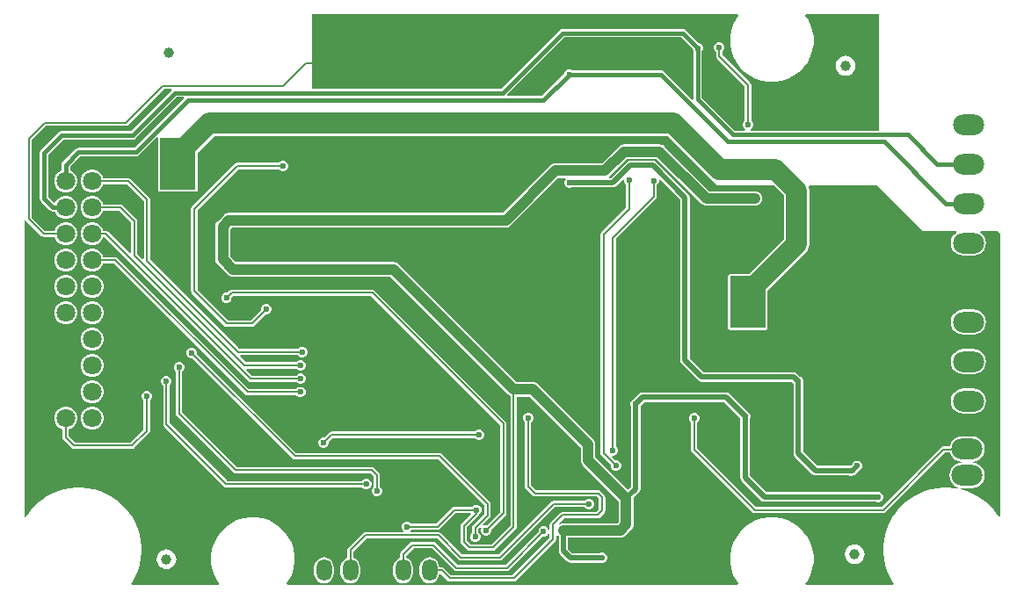
<source format=gbl>
G04*
G04 #@! TF.GenerationSoftware,Altium Limited,Altium Designer,23.8.1 (32)*
G04*
G04 Layer_Physical_Order=2*
G04 Layer_Color=16711680*
%FSLAX44Y44*%
%MOMM*%
G71*
G04*
G04 #@! TF.SameCoordinates,5CA60E89-82B3-479B-9089-D34F769FB2F0*
G04*
G04*
G04 #@! TF.FilePolarity,Positive*
G04*
G01*
G75*
%ADD14C,0.2000*%
%ADD37C,1.0000*%
%ADD68C,0.5000*%
%ADD69C,1.0000*%
%ADD70C,0.4000*%
%ADD72C,2.0000*%
%ADD74O,1.5000X2.1000*%
%ADD75O,3.0000X2.0000*%
%ADD76C,1.8000*%
%ADD77C,0.6000*%
G36*
X828040Y442990D02*
X704984D01*
X704732Y444260D01*
X704888Y444325D01*
X706295Y445732D01*
X707056Y447569D01*
Y449559D01*
X706295Y451396D01*
X705115Y452576D01*
Y486918D01*
X705115Y486918D01*
X704882Y488088D01*
X704219Y489081D01*
X704219Y489081D01*
X677429Y515871D01*
Y518974D01*
X678609Y520154D01*
X679370Y521991D01*
Y523981D01*
X678609Y525818D01*
X677202Y527225D01*
X675365Y527986D01*
X673375D01*
X671538Y527225D01*
X670131Y525818D01*
X669370Y523981D01*
Y521991D01*
X670131Y520154D01*
X671311Y518974D01*
Y514604D01*
X671311Y514604D01*
X671544Y513433D01*
X672207Y512441D01*
X698997Y485651D01*
Y452576D01*
X697817Y451396D01*
X697056Y449559D01*
Y447569D01*
X697817Y445732D01*
X699224Y444325D01*
X699380Y444260D01*
X699128Y442990D01*
X689267D01*
X657620Y474637D01*
Y519485D01*
X657781Y519646D01*
X658542Y521483D01*
Y523473D01*
X657781Y525310D01*
X656374Y526717D01*
X654537Y527478D01*
X654310D01*
X641948Y539840D01*
X640625Y540724D01*
X639064Y541034D01*
X639064Y541034D01*
X523623D01*
X523623Y541034D01*
X522062Y540724D01*
X520739Y539840D01*
X520739Y539840D01*
X464287Y483388D01*
X281887D01*
Y554902D01*
X692270D01*
X692846Y553771D01*
X690815Y550975D01*
X687949Y545350D01*
X685998Y539345D01*
X685010Y533109D01*
Y526795D01*
X685998Y520559D01*
X687949Y514554D01*
X690815Y508929D01*
X694526Y503821D01*
X698991Y499356D01*
X704099Y495645D01*
X709724Y492779D01*
X715729Y490828D01*
X721965Y489840D01*
X728279D01*
X734515Y490828D01*
X740520Y492779D01*
X746145Y495645D01*
X751253Y499356D01*
X755718Y503821D01*
X759429Y508929D01*
X762295Y514554D01*
X764246Y520559D01*
X765234Y526795D01*
Y533109D01*
X764246Y539345D01*
X762295Y545350D01*
X759429Y550975D01*
X757398Y553771D01*
X757974Y554902D01*
X828040D01*
Y442990D01*
D02*
G37*
G36*
X648542Y521710D02*
Y521483D01*
X649303Y519646D01*
X649464Y519485D01*
Y473178D01*
X648912Y472796D01*
X648236Y472610D01*
X620884Y499962D01*
X619561Y500846D01*
X618000Y501156D01*
X618000Y501156D01*
X532837D01*
X532676Y501317D01*
X530839Y502078D01*
X528849D01*
X527012Y501317D01*
X525605Y499910D01*
X524844Y498073D01*
Y497846D01*
X503517Y476518D01*
X470612D01*
X470126Y477692D01*
X525312Y532878D01*
X637375D01*
X648542Y521710D01*
D02*
G37*
G36*
X146876Y481573D02*
X107531Y442228D01*
X40640D01*
X40640Y442228D01*
X39079Y441918D01*
X37756Y441034D01*
X37756Y441034D01*
X21246Y424524D01*
X20362Y423201D01*
X20052Y421640D01*
X20052Y421640D01*
Y377190D01*
X20052Y377190D01*
X20362Y375629D01*
X21246Y374306D01*
X29374Y366178D01*
X29374Y366178D01*
X30697Y365294D01*
X32258Y364984D01*
X32258Y364984D01*
X34571D01*
X34672Y364606D01*
X36120Y362098D01*
X38168Y360050D01*
X40676Y358602D01*
X43474Y357852D01*
X46370D01*
X49168Y358602D01*
X51676Y360050D01*
X53724Y362098D01*
X55172Y364606D01*
X55922Y367404D01*
Y370300D01*
X55172Y373098D01*
X53724Y375606D01*
X51676Y377654D01*
X49168Y379102D01*
X46370Y379852D01*
X43474D01*
X40676Y379102D01*
X38168Y377654D01*
X36120Y375606D01*
X35000Y373666D01*
X33563Y373524D01*
X28208Y378879D01*
Y419951D01*
X42329Y434072D01*
X109220D01*
X109220Y434072D01*
X110781Y434382D01*
X112104Y435266D01*
X152069Y475231D01*
X158178D01*
X158664Y474058D01*
X110833Y426226D01*
X57306D01*
X57306Y426226D01*
X55745Y425916D01*
X54422Y425032D01*
X54422Y425032D01*
X42038Y412648D01*
X41154Y411325D01*
X40844Y409764D01*
X40844Y409764D01*
Y404547D01*
X40676Y404502D01*
X38168Y403054D01*
X36120Y401006D01*
X34672Y398498D01*
X33922Y395700D01*
Y392804D01*
X34672Y390006D01*
X36120Y387498D01*
X38168Y385450D01*
X40676Y384002D01*
X43474Y383252D01*
X46370D01*
X49168Y384002D01*
X51676Y385450D01*
X53724Y387498D01*
X55172Y390006D01*
X55922Y392804D01*
Y395700D01*
X55172Y398498D01*
X53724Y401006D01*
X51676Y403054D01*
X49168Y404502D01*
X49000Y404547D01*
Y408075D01*
X58995Y418070D01*
X112522D01*
X112522Y418070D01*
X114083Y418380D01*
X115406Y419264D01*
X132438Y436297D01*
X133609Y435671D01*
X133597Y435610D01*
Y385895D01*
X133752Y385115D01*
X134194Y384453D01*
X134856Y384011D01*
X135636Y383856D01*
X169799D01*
X170579Y384011D01*
X171241Y384453D01*
X171683Y385115D01*
X171838Y385895D01*
Y421421D01*
X188300Y437883D01*
X276873D01*
X277114Y437642D01*
X625094Y437642D01*
X672846Y389890D01*
X727103D01*
X736942Y380051D01*
Y338516D01*
X702980Y304553D01*
X684784D01*
X684004Y304398D01*
X683342Y303956D01*
X682900Y303294D01*
X682745Y302514D01*
Y252799D01*
X682900Y252019D01*
X683342Y251357D01*
X684004Y250915D01*
X684784Y250760D01*
X718947D01*
X719727Y250915D01*
X720389Y251357D01*
X720831Y252019D01*
X720986Y252799D01*
Y288325D01*
X757605Y324944D01*
X759528Y327450D01*
X760737Y330369D01*
X761150Y333502D01*
Y385064D01*
X760737Y388197D01*
X760473Y388834D01*
X761179Y389890D01*
X826516D01*
X870458Y345948D01*
X902443D01*
X902874Y344678D01*
X900842Y343119D01*
X898918Y340612D01*
X897709Y337693D01*
X897297Y334560D01*
X897709Y331427D01*
X898918Y328508D01*
X900842Y326002D01*
X903348Y324078D01*
X906267Y322869D01*
X909400Y322457D01*
X919400D01*
X922533Y322869D01*
X925452Y324078D01*
X927959Y326002D01*
X929882Y328508D01*
X931091Y331427D01*
X931504Y334560D01*
X931091Y337693D01*
X929882Y340612D01*
X927959Y343119D01*
X925926Y344678D01*
X926357Y345948D01*
X942204D01*
X944902Y343250D01*
Y70992D01*
X943632Y70607D01*
X940873Y74737D01*
X937133Y79294D01*
X932964Y83463D01*
X928407Y87203D01*
X923505Y90478D01*
X918306Y93257D01*
X912860Y95513D01*
X907218Y97224D01*
X907197Y97228D01*
X907404Y98482D01*
X908130Y98386D01*
X918130D01*
X921263Y98799D01*
X924182Y100008D01*
X926689Y101931D01*
X928612Y104438D01*
X929821Y107357D01*
X930234Y110490D01*
X929821Y113623D01*
X928612Y116542D01*
X926689Y119049D01*
X924182Y120972D01*
X921263Y122181D01*
X918465Y122549D01*
Y123830D01*
X921263Y124199D01*
X924182Y125408D01*
X926689Y127331D01*
X928612Y129838D01*
X929821Y132757D01*
X930234Y135890D01*
X929821Y139023D01*
X928612Y141942D01*
X926689Y144448D01*
X924182Y146372D01*
X921263Y147581D01*
X918130Y147994D01*
X908130D01*
X904997Y147581D01*
X902078Y146372D01*
X899572Y144448D01*
X897648Y141942D01*
X896439Y139023D01*
X896387Y138630D01*
X890460D01*
X890460Y138630D01*
X889289Y138398D01*
X888297Y137734D01*
X888297Y137734D01*
X830837Y80275D01*
X709927D01*
X653299Y136903D01*
Y161596D01*
X654479Y162776D01*
X655240Y164613D01*
Y166603D01*
X654479Y168440D01*
X653072Y169847D01*
X651235Y170608D01*
X649245D01*
X647408Y169847D01*
X646001Y168440D01*
X645240Y166603D01*
Y164613D01*
X646001Y162776D01*
X647181Y161596D01*
Y135636D01*
X647181Y135636D01*
X647414Y134466D01*
X648077Y133473D01*
X706497Y75053D01*
X706497Y75053D01*
X707489Y74390D01*
X708660Y74157D01*
X708660Y74157D01*
X832104D01*
X832104Y74157D01*
X833275Y74390D01*
X834267Y75053D01*
X891727Y132513D01*
X896540D01*
X897648Y129838D01*
X899572Y127331D01*
X902078Y125408D01*
X904997Y124199D01*
X907795Y123830D01*
Y122549D01*
X904997Y122181D01*
X902078Y120972D01*
X899572Y119049D01*
X897648Y116542D01*
X896439Y113623D01*
X896027Y110490D01*
X896439Y107357D01*
X897648Y104438D01*
X899572Y101931D01*
X902078Y100008D01*
X904246Y99110D01*
X903875Y97889D01*
X901436Y98374D01*
X895570Y98952D01*
X889674D01*
X883808Y98374D01*
X878026Y97224D01*
X872384Y95513D01*
X866938Y93257D01*
X861739Y90478D01*
X856837Y87203D01*
X852280Y83463D01*
X848111Y79294D01*
X844371Y74737D01*
X841096Y69835D01*
X838317Y64636D01*
X836061Y59190D01*
X834350Y53548D01*
X833200Y47766D01*
X832622Y41900D01*
Y36004D01*
X833200Y30138D01*
X834350Y24356D01*
X836061Y18714D01*
X838317Y13268D01*
X841096Y8069D01*
X842333Y6218D01*
X841734Y5098D01*
X758044D01*
X757468Y6229D01*
X759429Y8929D01*
X762295Y14554D01*
X764246Y20559D01*
X765234Y26795D01*
Y33109D01*
X764246Y39345D01*
X762295Y45350D01*
X759429Y50975D01*
X755718Y56083D01*
X751253Y60548D01*
X746145Y64259D01*
X740520Y67125D01*
X734515Y69076D01*
X728279Y70064D01*
X721965D01*
X715729Y69076D01*
X709724Y67125D01*
X704099Y64259D01*
X698991Y60548D01*
X694526Y56083D01*
X690815Y50975D01*
X687949Y45350D01*
X685998Y39345D01*
X685010Y33109D01*
Y26795D01*
X685998Y20559D01*
X687949Y14554D01*
X690815Y8929D01*
X692776Y6229D01*
X692200Y5098D01*
X258044D01*
X257468Y6229D01*
X259429Y8929D01*
X262295Y14554D01*
X264246Y20559D01*
X265234Y26795D01*
Y33109D01*
X264246Y39345D01*
X262295Y45350D01*
X259429Y50975D01*
X255718Y56083D01*
X251253Y60548D01*
X246145Y64259D01*
X240520Y67125D01*
X234515Y69076D01*
X228279Y70064D01*
X221965D01*
X215729Y69076D01*
X209724Y67125D01*
X204099Y64259D01*
X198991Y60548D01*
X194526Y56083D01*
X190815Y50975D01*
X187949Y45350D01*
X185998Y39345D01*
X185010Y33109D01*
Y26795D01*
X185998Y20559D01*
X187949Y14554D01*
X190815Y8929D01*
X192776Y6229D01*
X192200Y5098D01*
X108510D01*
X107911Y6218D01*
X109148Y8069D01*
X111927Y13268D01*
X114183Y18714D01*
X115894Y24356D01*
X117044Y30138D01*
X117622Y36004D01*
Y41900D01*
X117044Y47766D01*
X115894Y53548D01*
X114183Y59190D01*
X111927Y64636D01*
X109148Y69835D01*
X105873Y74737D01*
X102133Y79294D01*
X97964Y83463D01*
X93407Y87203D01*
X88505Y90478D01*
X83306Y93257D01*
X77860Y95513D01*
X72218Y97224D01*
X66436Y98374D01*
X60570Y98952D01*
X54674D01*
X48808Y98374D01*
X43026Y97224D01*
X37384Y95513D01*
X31938Y93257D01*
X26739Y90478D01*
X21837Y87203D01*
X17280Y83463D01*
X13111Y79294D01*
X9371Y74737D01*
X6368Y70242D01*
X5098Y70627D01*
Y356021D01*
X6274Y356655D01*
X6368Y356641D01*
X6981Y355723D01*
X21415Y341289D01*
X21415Y341289D01*
X22408Y340626D01*
X23578Y340393D01*
X23578Y340393D01*
X34354D01*
X34672Y339206D01*
X36120Y336698D01*
X38168Y334650D01*
X40676Y333202D01*
X43474Y332452D01*
X46370D01*
X49168Y333202D01*
X51676Y334650D01*
X53724Y336698D01*
X55172Y339206D01*
X55922Y342004D01*
Y344900D01*
X55172Y347698D01*
X53724Y350206D01*
X51676Y352254D01*
X49168Y353702D01*
X46370Y354452D01*
X43474D01*
X40676Y353702D01*
X38168Y352254D01*
X36120Y350206D01*
X34672Y347698D01*
X34354Y346511D01*
X24845D01*
X12203Y359153D01*
Y433835D01*
X25651Y447283D01*
X102870D01*
X102870Y447283D01*
X104040Y447516D01*
X105033Y448179D01*
X139697Y482843D01*
X146349D01*
X146876Y481573D01*
D02*
G37*
G36*
X169799Y385895D02*
X135636D01*
Y435610D01*
X169799D01*
Y385895D01*
D02*
G37*
G36*
X718947Y252799D02*
X684784D01*
Y302514D01*
X718947D01*
Y252799D01*
D02*
G37*
%LPC*%
G36*
X796036Y515042D02*
X793556Y514715D01*
X791245Y513758D01*
X789260Y512235D01*
X787738Y510251D01*
X786780Y507940D01*
X786454Y505460D01*
X786780Y502980D01*
X787738Y500669D01*
X789260Y498685D01*
X791245Y497162D01*
X793556Y496204D01*
X796036Y495878D01*
X798516Y496204D01*
X800827Y497162D01*
X802811Y498685D01*
X804334Y500669D01*
X805292Y502980D01*
X805618Y505460D01*
X805292Y507940D01*
X804334Y510251D01*
X802811Y512235D01*
X800827Y513758D01*
X798516Y514715D01*
X796036Y515042D01*
D02*
G37*
G36*
X255257Y413800D02*
X253267D01*
X251430Y413039D01*
X250250Y411859D01*
X209806D01*
X209806Y411859D01*
X208636Y411626D01*
X207643Y410963D01*
X166493Y369813D01*
X165830Y368820D01*
X165597Y367650D01*
X165597Y367650D01*
Y288290D01*
X165597Y288290D01*
X165830Y287120D01*
X166493Y286127D01*
X197735Y254885D01*
X197735Y254885D01*
X198727Y254222D01*
X199898Y253989D01*
X199898Y253989D01*
X224282D01*
X224282Y253989D01*
X225452Y254222D01*
X226445Y254885D01*
X237324Y265764D01*
X238993D01*
X240830Y266525D01*
X242237Y267932D01*
X242998Y269769D01*
Y271759D01*
X242237Y273596D01*
X240830Y275003D01*
X238993Y275764D01*
X237003D01*
X235166Y275003D01*
X233759Y273596D01*
X232998Y271759D01*
Y270090D01*
X223015Y260107D01*
X201165D01*
X171715Y289557D01*
Y366383D01*
X211073Y405741D01*
X250250D01*
X251430Y404561D01*
X253267Y403800D01*
X255257D01*
X257094Y404561D01*
X258501Y405968D01*
X259262Y407805D01*
Y409795D01*
X258501Y411632D01*
X257094Y413039D01*
X255257Y413800D01*
D02*
G37*
G36*
X616966Y429716D02*
X582676D01*
X580849Y429476D01*
X579146Y428770D01*
X577684Y427648D01*
X561464Y411428D01*
X516636D01*
X514809Y411188D01*
X513106Y410482D01*
X511644Y409360D01*
X465953Y363670D01*
X202120D01*
X200292Y363430D01*
X198590Y362724D01*
X197127Y361603D01*
X191269Y355745D01*
X190147Y354282D01*
X189442Y352579D01*
X189202Y350752D01*
Y318666D01*
X189442Y316839D01*
X190147Y315136D01*
X191269Y313674D01*
X200818Y304126D01*
X202280Y303004D01*
X203983Y302298D01*
X205810Y302058D01*
X357756D01*
X471258Y188556D01*
X472720Y187433D01*
X473191Y187238D01*
Y62227D01*
X455171Y44207D01*
X435099D01*
X431557Y47749D01*
Y60455D01*
X442345Y71243D01*
X443008Y72235D01*
X443191Y73154D01*
X444421Y74384D01*
X445182Y76221D01*
Y78211D01*
X444421Y80048D01*
X443014Y81455D01*
X441177Y82216D01*
X439187D01*
X437350Y81455D01*
X436170Y80275D01*
X419231D01*
X419231Y80275D01*
X418060Y80042D01*
X417068Y79379D01*
X417068Y79379D01*
X401708Y64019D01*
X377646D01*
X376466Y65199D01*
X374629Y65960D01*
X372639D01*
X370802Y65199D01*
X369395Y63792D01*
X368634Y61955D01*
Y59965D01*
X369395Y58128D01*
X370452Y57071D01*
X369958Y55801D01*
X333412D01*
X332241Y55568D01*
X331249Y54905D01*
X331249Y54905D01*
X316861Y40517D01*
X316198Y39525D01*
X315965Y38354D01*
X315965Y38354D01*
Y31066D01*
X314233Y30348D01*
X312248Y28826D01*
X310726Y26841D01*
X309769Y24530D01*
X309442Y22050D01*
Y16050D01*
X309769Y13570D01*
X310726Y11259D01*
X312248Y9275D01*
X314233Y7752D01*
X316544Y6794D01*
X319024Y6468D01*
X321504Y6794D01*
X323815Y7752D01*
X325799Y9275D01*
X327322Y11259D01*
X328279Y13570D01*
X328606Y16050D01*
Y22050D01*
X328279Y24530D01*
X327322Y26841D01*
X325799Y28826D01*
X323815Y30348D01*
X322083Y31066D01*
Y37087D01*
X334679Y49683D01*
X402683D01*
X423287Y29079D01*
X424280Y28416D01*
X425450Y28183D01*
X463296D01*
X463296Y28183D01*
X464467Y28416D01*
X465459Y29079D01*
X516379Y79999D01*
X544882D01*
X546062Y78819D01*
X547899Y78058D01*
X549889D01*
X551726Y78819D01*
X553133Y80226D01*
X553894Y82063D01*
Y84053D01*
X553133Y85890D01*
X551726Y87297D01*
X549889Y88058D01*
X547899D01*
X546062Y87297D01*
X544882Y86117D01*
X515112D01*
X515112Y86117D01*
X513941Y85884D01*
X512949Y85221D01*
X512949Y85221D01*
X462029Y34301D01*
X426717D01*
X406113Y54905D01*
X405121Y55568D01*
X403950Y55801D01*
X403950Y55801D01*
X377310D01*
X376816Y57071D01*
X377646Y57901D01*
X402975D01*
X402975Y57901D01*
X404145Y58134D01*
X405137Y58797D01*
X420498Y74157D01*
X434811D01*
X435337Y72887D01*
X426335Y63885D01*
X425672Y62893D01*
X425439Y61722D01*
X425439Y61722D01*
Y46482D01*
X425439Y46482D01*
X425672Y45311D01*
X426335Y44319D01*
X431669Y38985D01*
X431669Y38985D01*
X432661Y38322D01*
X433832Y38089D01*
X456438D01*
X456438Y38089D01*
X457608Y38322D01*
X458601Y38985D01*
X478413Y58797D01*
X478413Y58797D01*
X479076Y59790D01*
X479309Y60960D01*
X479309Y60960D01*
Y186488D01*
X491867D01*
X541072Y137283D01*
Y125222D01*
X541312Y123395D01*
X542018Y121692D01*
X543140Y120230D01*
X577774Y85595D01*
Y66186D01*
X576052Y64464D01*
X524256D01*
X522429Y64224D01*
X520726Y63519D01*
X520001Y64539D01*
X524794Y69331D01*
X557530D01*
X557530Y69331D01*
X558700Y69564D01*
X559693Y70227D01*
X563757Y74291D01*
X564420Y75283D01*
X564653Y76454D01*
Y89408D01*
X564653Y89408D01*
X564420Y90579D01*
X563757Y91571D01*
X563757Y91571D01*
X559947Y95381D01*
X558955Y96044D01*
X557784Y96277D01*
X557784Y96277D01*
X498345D01*
X493319Y101303D01*
Y161890D01*
X494499Y163070D01*
X495260Y164907D01*
Y166897D01*
X494499Y168734D01*
X493092Y170141D01*
X491255Y170902D01*
X489265D01*
X487428Y170141D01*
X486021Y168734D01*
X485260Y166897D01*
Y164907D01*
X486021Y163070D01*
X487201Y161890D01*
Y100036D01*
X487201Y100036D01*
X487434Y98865D01*
X488097Y97873D01*
X494915Y91055D01*
X494915Y91055D01*
X495908Y90392D01*
X497078Y90159D01*
X556517D01*
X558535Y88141D01*
Y77721D01*
X556263Y75449D01*
X523526D01*
X522356Y75216D01*
X521364Y74553D01*
X521364Y74553D01*
X512000Y65189D01*
X511337Y64197D01*
X511104Y63027D01*
X511104Y63026D01*
Y58532D01*
X509834Y58280D01*
X509445Y59220D01*
X508038Y60627D01*
X506201Y61388D01*
X504211D01*
X502374Y60627D01*
X500967Y59220D01*
X500206Y57383D01*
Y55714D01*
X468633Y24141D01*
X422399D01*
X401197Y45343D01*
X400205Y46006D01*
X399034Y46239D01*
X399034Y46239D01*
X378714D01*
X378714Y46239D01*
X377543Y46006D01*
X376551Y45343D01*
X376551Y45343D01*
X367661Y36453D01*
X366998Y35461D01*
X366765Y34290D01*
X366765Y34290D01*
Y31066D01*
X365033Y30348D01*
X363049Y28826D01*
X361526Y26841D01*
X360569Y24530D01*
X360242Y22050D01*
Y16050D01*
X360569Y13570D01*
X361526Y11259D01*
X363049Y9275D01*
X365033Y7752D01*
X367344Y6794D01*
X369824Y6468D01*
X372304Y6794D01*
X374615Y7752D01*
X376600Y9275D01*
X378122Y11259D01*
X379080Y13570D01*
X379406Y16050D01*
Y22050D01*
X379080Y24530D01*
X378122Y26841D01*
X376600Y28826D01*
X374615Y30348D01*
X372883Y31066D01*
Y33023D01*
X379981Y40121D01*
X397767D01*
X418969Y18919D01*
X418969Y18919D01*
X419962Y18256D01*
X421132Y18023D01*
X421132Y18023D01*
X469900D01*
X469900Y18023D01*
X471071Y18256D01*
X472063Y18919D01*
X504532Y51388D01*
X506201D01*
X508038Y52149D01*
X509445Y53556D01*
X509834Y54496D01*
X511104Y54244D01*
Y50356D01*
X475237Y14489D01*
X416049D01*
X409325Y21213D01*
X408332Y21876D01*
X407162Y22109D01*
X407162Y22109D01*
X404798D01*
X404479Y24530D01*
X403522Y26841D01*
X401999Y28826D01*
X400015Y30348D01*
X397704Y31305D01*
X395224Y31632D01*
X392744Y31305D01*
X390433Y30348D01*
X388448Y28826D01*
X386926Y26841D01*
X385969Y24530D01*
X385642Y22050D01*
Y16050D01*
X385969Y13570D01*
X386926Y11259D01*
X388448Y9275D01*
X390433Y7752D01*
X392744Y6794D01*
X395224Y6468D01*
X397704Y6794D01*
X400015Y7752D01*
X401999Y9275D01*
X403522Y11259D01*
X404479Y13570D01*
X404756Y15674D01*
X406056Y15830D01*
X412619Y9267D01*
X413611Y8604D01*
X414782Y8371D01*
X476504D01*
X476504Y8371D01*
X477674Y8604D01*
X478667Y9267D01*
X516326Y46926D01*
X516326Y46926D01*
X516989Y47919D01*
X517222Y49089D01*
Y52986D01*
X518492Y53417D01*
X519264Y52412D01*
X519668Y52101D01*
Y37748D01*
X520017Y35992D01*
X521012Y34503D01*
X527771Y27744D01*
X529260Y26749D01*
X531016Y26400D01*
X559351D01*
X560345Y25988D01*
X562335D01*
X564172Y26749D01*
X565579Y28156D01*
X566340Y29993D01*
Y31983D01*
X565579Y33820D01*
X564172Y35227D01*
X562335Y35988D01*
X560345D01*
X559351Y35576D01*
X532916D01*
X528844Y39648D01*
Y50344D01*
X578977D01*
X580804Y50584D01*
X582507Y51290D01*
X583969Y52412D01*
X589827Y58269D01*
X590949Y59732D01*
X591655Y61434D01*
X591895Y63262D01*
Y88519D01*
X591829Y89024D01*
X597096Y94292D01*
X598091Y95781D01*
X598440Y97536D01*
Y177081D01*
X598503Y177232D01*
X602611Y181340D01*
X678820D01*
X694611Y165548D01*
X694674Y165397D01*
Y108208D01*
X695023Y106452D01*
X696018Y104964D01*
X714564Y86418D01*
X716052Y85423D01*
X717808Y85074D01*
X825457D01*
X826451Y84662D01*
X828441D01*
X830278Y85423D01*
X831685Y86830D01*
X832446Y88667D01*
Y90657D01*
X831685Y92494D01*
X830278Y93901D01*
X828441Y94662D01*
X826451D01*
X825457Y94250D01*
X719708D01*
X703850Y110108D01*
Y165397D01*
X704262Y166391D01*
Y168381D01*
X703501Y170218D01*
X702094Y171625D01*
X701100Y172037D01*
X683964Y189172D01*
X682476Y190167D01*
X680720Y190516D01*
X600710D01*
X598954Y190167D01*
X597466Y189172D01*
X592014Y183721D01*
X591020Y183309D01*
X589613Y181902D01*
X588852Y180065D01*
Y178075D01*
X589264Y177081D01*
Y99437D01*
X586583Y96756D01*
X555192Y128146D01*
Y140208D01*
X554952Y142035D01*
X554246Y143738D01*
X553124Y145200D01*
X499784Y198540D01*
X498322Y199662D01*
X496619Y200368D01*
X494792Y200608D01*
X479174D01*
X365672Y314110D01*
X364210Y315233D01*
X362507Y315938D01*
X360680Y316178D01*
X208735D01*
X203322Y321591D01*
Y347828D01*
X205044Y349550D01*
X468878D01*
X470705Y349790D01*
X472408Y350495D01*
X473871Y351618D01*
X519561Y397308D01*
X526109D01*
X526634Y396038D01*
X526113Y395516D01*
X525352Y393679D01*
Y391689D01*
X526113Y389852D01*
X527520Y388445D01*
X529357Y387684D01*
X531347D01*
X532341Y388096D01*
X572008D01*
X573764Y388445D01*
X575252Y389440D01*
X581232Y395419D01*
X582502Y394893D01*
Y393975D01*
X583263Y392138D01*
X584443Y390958D01*
Y368551D01*
X560701Y344809D01*
X560038Y343816D01*
X559805Y342646D01*
X559805Y342646D01*
Y131826D01*
X559805Y131826D01*
X560038Y130655D01*
X560701Y129663D01*
X569802Y120562D01*
Y118893D01*
X570563Y117056D01*
X571970Y115649D01*
X573807Y114888D01*
X575797D01*
X577634Y115649D01*
X579041Y117056D01*
X579802Y118893D01*
Y120883D01*
X579041Y122720D01*
X577634Y124127D01*
X575797Y124888D01*
X574128D01*
X570920Y128096D01*
X571446Y129366D01*
X572749D01*
X574586Y130127D01*
X575993Y131534D01*
X576754Y133371D01*
Y135361D01*
X575993Y137198D01*
X574813Y138378D01*
Y338331D01*
X613541Y377059D01*
X614204Y378051D01*
X614437Y379222D01*
Y390704D01*
X615617Y391884D01*
X616378Y393721D01*
Y395266D01*
X617590Y395849D01*
X636762Y376678D01*
Y221488D01*
X637111Y219732D01*
X638106Y218244D01*
X654362Y201988D01*
X655850Y200993D01*
X657606Y200644D01*
X744352D01*
X745919Y199076D01*
X745982Y198925D01*
Y131826D01*
X746331Y130070D01*
X747326Y128582D01*
X764090Y111818D01*
X765578Y110823D01*
X767334Y110474D01*
X799381D01*
X800375Y110062D01*
X802365D01*
X804023Y110749D01*
X804396Y110823D01*
X805884Y111818D01*
X809050Y114983D01*
X810044Y115395D01*
X811451Y116802D01*
X812212Y118639D01*
Y120629D01*
X811451Y122466D01*
X810044Y123873D01*
X808207Y124634D01*
X806217D01*
X804380Y123873D01*
X802973Y122466D01*
X802561Y121472D01*
X801151Y120062D01*
X800375D01*
X799381Y119650D01*
X769234D01*
X755158Y133727D01*
Y198925D01*
X755570Y199919D01*
Y201909D01*
X754809Y203746D01*
X753402Y205153D01*
X752408Y205565D01*
X749496Y208476D01*
X748008Y209471D01*
X746252Y209820D01*
X659507D01*
X645938Y223389D01*
Y378578D01*
X645589Y380334D01*
X644594Y381823D01*
X613979Y412438D01*
X612490Y413433D01*
X610734Y413782D01*
X588518D01*
X586762Y413433D01*
X585274Y412438D01*
X570107Y397272D01*
X568726D01*
X568294Y398542D01*
X569380Y399376D01*
X585601Y415596D01*
X614041D01*
X657186Y372452D01*
X658648Y371329D01*
X660351Y370624D01*
X662178Y370384D01*
X708660D01*
X710487Y370624D01*
X712190Y371329D01*
X713652Y372452D01*
X714774Y373914D01*
X715480Y375617D01*
X715720Y377444D01*
X715480Y379271D01*
X714774Y380974D01*
X713652Y382436D01*
X712190Y383559D01*
X710487Y384264D01*
X708660Y384504D01*
X665102D01*
X621958Y427648D01*
X620496Y428770D01*
X618793Y429476D01*
X616966Y429716D01*
D02*
G37*
G36*
X71770Y405252D02*
X68874D01*
X66076Y404502D01*
X63568Y403054D01*
X61520Y401006D01*
X60072Y398498D01*
X59322Y395700D01*
Y392804D01*
X60072Y390006D01*
X61520Y387498D01*
X63568Y385450D01*
X66076Y384002D01*
X68874Y383252D01*
X71770D01*
X74568Y384002D01*
X77076Y385450D01*
X79124Y387498D01*
X80572Y390006D01*
X80890Y391193D01*
X103845D01*
X120131Y374907D01*
Y319616D01*
X118958Y319130D01*
X114057Y324031D01*
Y355600D01*
X113824Y356771D01*
X113161Y357763D01*
X113161Y357763D01*
X99909Y371015D01*
X98917Y371678D01*
X97746Y371911D01*
X97746Y371911D01*
X80890D01*
X80572Y373098D01*
X79124Y375606D01*
X77076Y377654D01*
X74568Y379102D01*
X71770Y379852D01*
X68874D01*
X66076Y379102D01*
X63568Y377654D01*
X61520Y375606D01*
X60072Y373098D01*
X59322Y370300D01*
Y367404D01*
X60072Y364606D01*
X61520Y362098D01*
X63568Y360050D01*
X66076Y358602D01*
X68874Y357852D01*
X71770D01*
X74568Y358602D01*
X77076Y360050D01*
X79124Y362098D01*
X80572Y364606D01*
X80890Y365793D01*
X96479D01*
X107939Y354333D01*
Y325020D01*
X106766Y324534D01*
X85685Y345615D01*
X84692Y346278D01*
X83522Y346511D01*
X83522Y346511D01*
X80890D01*
X80572Y347698D01*
X79124Y350206D01*
X77076Y352254D01*
X74568Y353702D01*
X71770Y354452D01*
X68874D01*
X66076Y353702D01*
X63568Y352254D01*
X61520Y350206D01*
X60072Y347698D01*
X59322Y344900D01*
Y342004D01*
X60072Y339206D01*
X61520Y336698D01*
X63568Y334650D01*
X66076Y333202D01*
X68874Y332452D01*
X71770D01*
X74568Y333202D01*
X77076Y334650D01*
X79124Y336698D01*
X80572Y339206D01*
X80890Y340393D01*
X82255D01*
X221103Y201545D01*
X222096Y200882D01*
X223266Y200649D01*
X223266Y200649D01*
X267260D01*
X268440Y199469D01*
X270277Y198708D01*
X272267D01*
X274104Y199469D01*
X275511Y200876D01*
X276272Y202713D01*
Y204703D01*
X275511Y206540D01*
X274104Y207947D01*
X272267Y208708D01*
X270277D01*
X268440Y207947D01*
X267260Y206767D01*
X224533D01*
X219026Y212274D01*
X219512Y213447D01*
X267260D01*
X268440Y212267D01*
X270277Y211506D01*
X272267D01*
X274104Y212267D01*
X275511Y213674D01*
X276272Y215511D01*
Y217501D01*
X275511Y219338D01*
X274104Y220745D01*
X272267Y221506D01*
X270277D01*
X268440Y220745D01*
X267260Y219565D01*
X218523D01*
X212814Y225274D01*
X213300Y226447D01*
X268530D01*
X269710Y225267D01*
X271547Y224506D01*
X273537D01*
X275374Y225267D01*
X276781Y226674D01*
X277542Y228511D01*
Y230501D01*
X276781Y232338D01*
X275374Y233745D01*
X273537Y234506D01*
X271547D01*
X269710Y233745D01*
X268530Y232565D01*
X212311D01*
X126249Y318627D01*
Y376174D01*
X126016Y377345D01*
X125353Y378337D01*
X107275Y396415D01*
X106283Y397078D01*
X105112Y397311D01*
X105112Y397311D01*
X80890D01*
X80572Y398498D01*
X79124Y401006D01*
X77076Y403054D01*
X74568Y404502D01*
X71770Y405252D01*
D02*
G37*
G36*
X46370Y329052D02*
X43474D01*
X40676Y328302D01*
X38168Y326854D01*
X36120Y324806D01*
X34672Y322298D01*
X33922Y319500D01*
Y316604D01*
X34672Y313806D01*
X36120Y311298D01*
X38168Y309250D01*
X40676Y307802D01*
X43474Y307052D01*
X46370D01*
X49168Y307802D01*
X51676Y309250D01*
X53724Y311298D01*
X55172Y313806D01*
X55922Y316604D01*
Y319500D01*
X55172Y322298D01*
X53724Y324806D01*
X51676Y326854D01*
X49168Y328302D01*
X46370Y329052D01*
D02*
G37*
G36*
X340360Y289571D02*
X340360Y289571D01*
X204724D01*
X204724Y289571D01*
X203554Y289338D01*
X202561Y288675D01*
X202561Y288675D01*
X200318Y286432D01*
X198649D01*
X196812Y285671D01*
X195405Y284264D01*
X194644Y282427D01*
Y280437D01*
X195405Y278600D01*
X196812Y277193D01*
X198649Y276432D01*
X200639D01*
X202476Y277193D01*
X203883Y278600D01*
X204644Y280437D01*
Y282106D01*
X205991Y283453D01*
X339093D01*
X463285Y159261D01*
Y75435D01*
X450508Y62658D01*
X448839D01*
X447410Y62066D01*
X446690Y63142D01*
X453267Y69719D01*
X453267Y69719D01*
X453930Y70711D01*
X454163Y71882D01*
Y83015D01*
X453930Y84185D01*
X453267Y85178D01*
X407250Y131195D01*
X406258Y131858D01*
X405087Y132091D01*
X405087Y132091D01*
X267205D01*
X171370Y227926D01*
Y229595D01*
X170609Y231432D01*
X169202Y232839D01*
X167365Y233600D01*
X165375D01*
X163538Y232839D01*
X162131Y231432D01*
X161370Y229595D01*
Y227605D01*
X162131Y225768D01*
X163538Y224361D01*
X165375Y223600D01*
X167044D01*
X263775Y126869D01*
X264767Y126206D01*
X265938Y125973D01*
X403820D01*
X448045Y81748D01*
Y73149D01*
X437257Y62361D01*
X436594Y61368D01*
X436361Y60198D01*
X436361Y60198D01*
Y55320D01*
X435181Y54140D01*
X434420Y52303D01*
Y50313D01*
X435181Y48476D01*
X436588Y47069D01*
X438425Y46308D01*
X440415D01*
X442252Y47069D01*
X443659Y48476D01*
X444420Y50313D01*
Y52303D01*
X443659Y54140D01*
X442479Y55320D01*
Y58931D01*
X444350Y60802D01*
X445426Y60083D01*
X444834Y58653D01*
Y56663D01*
X445595Y54826D01*
X447002Y53419D01*
X448839Y52658D01*
X450829D01*
X452666Y53419D01*
X454073Y54826D01*
X454834Y56663D01*
Y58332D01*
X468507Y72005D01*
X468507Y72005D01*
X469170Y72997D01*
X469403Y74168D01*
X469403Y74168D01*
Y160528D01*
X469170Y161698D01*
X468507Y162691D01*
X468507Y162691D01*
X342523Y288675D01*
X341530Y289338D01*
X340360Y289571D01*
D02*
G37*
G36*
X71770Y303652D02*
X68874D01*
X66076Y302902D01*
X63568Y301454D01*
X61520Y299406D01*
X60072Y296898D01*
X59322Y294100D01*
Y291204D01*
X60072Y288406D01*
X61520Y285898D01*
X63568Y283850D01*
X66076Y282402D01*
X68874Y281652D01*
X71770D01*
X74568Y282402D01*
X77076Y283850D01*
X79124Y285898D01*
X80572Y288406D01*
X81322Y291204D01*
Y294100D01*
X80572Y296898D01*
X79124Y299406D01*
X77076Y301454D01*
X74568Y302902D01*
X71770Y303652D01*
D02*
G37*
G36*
X46370D02*
X43474D01*
X40676Y302902D01*
X38168Y301454D01*
X36120Y299406D01*
X34672Y296898D01*
X33922Y294100D01*
Y291204D01*
X34672Y288406D01*
X36120Y285898D01*
X38168Y283850D01*
X40676Y282402D01*
X43474Y281652D01*
X46370D01*
X49168Y282402D01*
X51676Y283850D01*
X53724Y285898D01*
X55172Y288406D01*
X55922Y291204D01*
Y294100D01*
X55172Y296898D01*
X53724Y299406D01*
X51676Y301454D01*
X49168Y302902D01*
X46370Y303652D01*
D02*
G37*
G36*
X71770Y278252D02*
X68874D01*
X66076Y277502D01*
X63568Y276054D01*
X61520Y274006D01*
X60072Y271498D01*
X59322Y268700D01*
Y265804D01*
X60072Y263006D01*
X61520Y260498D01*
X63568Y258450D01*
X66076Y257002D01*
X68874Y256252D01*
X71770D01*
X74568Y257002D01*
X77076Y258450D01*
X79124Y260498D01*
X80572Y263006D01*
X81322Y265804D01*
Y268700D01*
X80572Y271498D01*
X79124Y274006D01*
X77076Y276054D01*
X74568Y277502D01*
X71770Y278252D01*
D02*
G37*
G36*
X46370D02*
X43474D01*
X40676Y277502D01*
X38168Y276054D01*
X36120Y274006D01*
X34672Y271498D01*
X33922Y268700D01*
Y265804D01*
X34672Y263006D01*
X36120Y260498D01*
X38168Y258450D01*
X40676Y257002D01*
X43474Y256252D01*
X46370D01*
X49168Y257002D01*
X51676Y258450D01*
X53724Y260498D01*
X55172Y263006D01*
X55922Y265804D01*
Y268700D01*
X55172Y271498D01*
X53724Y274006D01*
X51676Y276054D01*
X49168Y277502D01*
X46370Y278252D01*
D02*
G37*
G36*
X919400Y270464D02*
X909400D01*
X906267Y270051D01*
X903348Y268842D01*
X900842Y266919D01*
X898918Y264412D01*
X897709Y261493D01*
X897297Y258360D01*
X897709Y255227D01*
X898918Y252308D01*
X900842Y249802D01*
X903348Y247878D01*
X906267Y246669D01*
X909400Y246257D01*
X919400D01*
X922533Y246669D01*
X925452Y247878D01*
X927959Y249802D01*
X929882Y252308D01*
X931091Y255227D01*
X931504Y258360D01*
X931091Y261493D01*
X929882Y264412D01*
X927959Y266919D01*
X925452Y268842D01*
X922533Y270051D01*
X919400Y270464D01*
D02*
G37*
G36*
X71770Y252852D02*
X68874D01*
X66076Y252102D01*
X63568Y250654D01*
X61520Y248606D01*
X60072Y246098D01*
X59322Y243300D01*
Y240404D01*
X60072Y237606D01*
X61520Y235098D01*
X63568Y233050D01*
X66076Y231602D01*
X68874Y230852D01*
X71770D01*
X74568Y231602D01*
X77076Y233050D01*
X79124Y235098D01*
X80572Y237606D01*
X81322Y240404D01*
Y243300D01*
X80572Y246098D01*
X79124Y248606D01*
X77076Y250654D01*
X74568Y252102D01*
X71770Y252852D01*
D02*
G37*
G36*
X919400Y232364D02*
X909400D01*
X906267Y231951D01*
X903348Y230742D01*
X900842Y228818D01*
X898918Y226312D01*
X897709Y223393D01*
X897297Y220260D01*
X897709Y217127D01*
X898918Y214208D01*
X900842Y211702D01*
X903348Y209778D01*
X906267Y208569D01*
X909400Y208157D01*
X919400D01*
X922533Y208569D01*
X925452Y209778D01*
X927959Y211702D01*
X929882Y214208D01*
X931091Y217127D01*
X931504Y220260D01*
X931091Y223393D01*
X929882Y226312D01*
X927959Y228818D01*
X925452Y230742D01*
X922533Y231951D01*
X919400Y232364D01*
D02*
G37*
G36*
X71770Y227452D02*
X68874D01*
X66076Y226702D01*
X63568Y225254D01*
X61520Y223206D01*
X60072Y220698D01*
X59322Y217900D01*
Y215004D01*
X60072Y212206D01*
X61520Y209698D01*
X63568Y207650D01*
X66076Y206202D01*
X68874Y205452D01*
X71770D01*
X74568Y206202D01*
X77076Y207650D01*
X79124Y209698D01*
X80572Y212206D01*
X81322Y215004D01*
Y217900D01*
X80572Y220698D01*
X79124Y223206D01*
X77076Y225254D01*
X74568Y226702D01*
X71770Y227452D01*
D02*
G37*
G36*
Y329052D02*
X68874D01*
X66076Y328302D01*
X63568Y326854D01*
X61520Y324806D01*
X60072Y322298D01*
X59322Y319500D01*
Y316604D01*
X60072Y313806D01*
X61520Y311298D01*
X63568Y309250D01*
X66076Y307802D01*
X68874Y307052D01*
X71770D01*
X74568Y307802D01*
X77076Y309250D01*
X79124Y311298D01*
X80572Y313806D01*
X80890Y314993D01*
X91653D01*
X218055Y188591D01*
X218055Y188591D01*
X219047Y187928D01*
X220218Y187695D01*
X267006D01*
X268186Y186515D01*
X270023Y185754D01*
X272013D01*
X273850Y186515D01*
X275257Y187922D01*
X276018Y189759D01*
Y191749D01*
X275257Y193586D01*
X273850Y194993D01*
X272013Y195754D01*
X270023D01*
X268186Y194993D01*
X267006Y193813D01*
X221485D01*
X95083Y320215D01*
X94090Y320878D01*
X92920Y321111D01*
X92920Y321111D01*
X80890D01*
X80572Y322298D01*
X79124Y324806D01*
X77076Y326854D01*
X74568Y328302D01*
X71770Y329052D01*
D02*
G37*
G36*
Y202052D02*
X68874D01*
X66076Y201302D01*
X63568Y199854D01*
X61520Y197806D01*
X60072Y195298D01*
X59322Y192500D01*
Y189604D01*
X60072Y186806D01*
X61520Y184298D01*
X63568Y182250D01*
X66076Y180802D01*
X68874Y180052D01*
X71770D01*
X74568Y180802D01*
X77076Y182250D01*
X79124Y184298D01*
X80572Y186806D01*
X81322Y189604D01*
Y192500D01*
X80572Y195298D01*
X79124Y197806D01*
X77076Y199854D01*
X74568Y201302D01*
X71770Y202052D01*
D02*
G37*
G36*
X919400Y194264D02*
X909400D01*
X906267Y193851D01*
X903348Y192642D01*
X900842Y190718D01*
X898918Y188212D01*
X897709Y185293D01*
X897297Y182160D01*
X897709Y179027D01*
X898918Y176108D01*
X900842Y173601D01*
X903348Y171678D01*
X906267Y170469D01*
X909400Y170056D01*
X919400D01*
X922533Y170469D01*
X925452Y171678D01*
X927959Y173601D01*
X929882Y176108D01*
X931091Y179027D01*
X931504Y182160D01*
X931091Y185293D01*
X929882Y188212D01*
X927959Y190718D01*
X925452Y192642D01*
X922533Y193851D01*
X919400Y194264D01*
D02*
G37*
G36*
X71770Y176652D02*
X68874D01*
X66076Y175902D01*
X63568Y174454D01*
X61520Y172406D01*
X60072Y169898D01*
X59322Y167100D01*
Y164204D01*
X60072Y161406D01*
X61520Y158898D01*
X63568Y156850D01*
X66076Y155402D01*
X68874Y154652D01*
X71770D01*
X74568Y155402D01*
X77076Y156850D01*
X79124Y158898D01*
X80572Y161406D01*
X81322Y164204D01*
Y167100D01*
X80572Y169898D01*
X79124Y172406D01*
X77076Y174454D01*
X74568Y175902D01*
X71770Y176652D01*
D02*
G37*
G36*
X443971Y154606D02*
X441981D01*
X440144Y153845D01*
X438964Y152665D01*
X300736D01*
X299566Y152432D01*
X298573Y151769D01*
X293790Y146986D01*
X292121D01*
X290284Y146225D01*
X288877Y144818D01*
X288116Y142981D01*
Y140991D01*
X288877Y139154D01*
X290284Y137747D01*
X292121Y136986D01*
X294111D01*
X295948Y137747D01*
X297355Y139154D01*
X298116Y140991D01*
Y142660D01*
X302003Y146547D01*
X438964D01*
X440144Y145367D01*
X441981Y144606D01*
X443971D01*
X445808Y145367D01*
X447215Y146774D01*
X447976Y148611D01*
Y150601D01*
X447215Y152438D01*
X445808Y153845D01*
X443971Y154606D01*
D02*
G37*
G36*
X123931Y191944D02*
X121941D01*
X120104Y191183D01*
X118697Y189776D01*
X117936Y187939D01*
Y185949D01*
X118697Y184112D01*
X119877Y182932D01*
Y154654D01*
X107474Y142251D01*
X54099D01*
X47981Y148369D01*
Y155084D01*
X49168Y155402D01*
X51676Y156850D01*
X53724Y158898D01*
X55172Y161406D01*
X55922Y164204D01*
Y167100D01*
X55172Y169898D01*
X53724Y172406D01*
X51676Y174454D01*
X49168Y175902D01*
X46370Y176652D01*
X43474D01*
X40676Y175902D01*
X38168Y174454D01*
X36120Y172406D01*
X34672Y169898D01*
X33922Y167100D01*
Y164204D01*
X34672Y161406D01*
X36120Y158898D01*
X38168Y156850D01*
X40676Y155402D01*
X41863Y155084D01*
Y147102D01*
X41863Y147102D01*
X42096Y145932D01*
X42759Y144939D01*
X50669Y137029D01*
X51662Y136366D01*
X52832Y136133D01*
X108741D01*
X108741Y136133D01*
X109911Y136366D01*
X110904Y137029D01*
X125099Y151224D01*
X125099Y151224D01*
X125762Y152217D01*
X125995Y153387D01*
Y182932D01*
X127175Y184112D01*
X127936Y185949D01*
Y187939D01*
X127175Y189776D01*
X125768Y191183D01*
X123931Y191944D01*
D02*
G37*
G36*
X142727Y206422D02*
X140737D01*
X138900Y205661D01*
X137493Y204254D01*
X136732Y202417D01*
Y200427D01*
X137493Y198590D01*
X138673Y197410D01*
Y159853D01*
X138673Y159853D01*
X138906Y158683D01*
X139569Y157690D01*
X197418Y99841D01*
X197418Y99841D01*
X198411Y99178D01*
X199581Y98945D01*
X199581Y98945D01*
X330506D01*
X331686Y97765D01*
X333523Y97004D01*
X335513D01*
X337350Y97765D01*
X338757Y99172D01*
X339518Y101009D01*
Y102999D01*
X338757Y104836D01*
X337350Y106243D01*
X335513Y107004D01*
X333523D01*
X331686Y106243D01*
X330506Y105063D01*
X200848D01*
X144791Y161120D01*
Y197410D01*
X145971Y198590D01*
X146732Y200427D01*
Y202417D01*
X145971Y204254D01*
X144564Y205661D01*
X142727Y206422D01*
D02*
G37*
G36*
X155173Y219630D02*
X153183D01*
X151346Y218869D01*
X149939Y217462D01*
X149178Y215625D01*
Y213635D01*
X149939Y211798D01*
X151119Y210618D01*
Y170047D01*
X151119Y170047D01*
X151352Y168877D01*
X152015Y167884D01*
X206492Y113407D01*
X207485Y112744D01*
X208655Y112511D01*
X208655Y112511D01*
X338839D01*
X341619Y109731D01*
Y99516D01*
X340439Y98336D01*
X339678Y96499D01*
Y94509D01*
X340439Y92672D01*
X341846Y91265D01*
X343683Y90504D01*
X345673D01*
X347510Y91265D01*
X348917Y92672D01*
X349678Y94509D01*
Y96499D01*
X348917Y98336D01*
X347737Y99516D01*
Y110998D01*
X347737Y110998D01*
X347504Y112169D01*
X346841Y113161D01*
X342269Y117733D01*
X341277Y118396D01*
X340106Y118629D01*
X340106Y118629D01*
X209922D01*
X157237Y171314D01*
Y210618D01*
X158417Y211798D01*
X159178Y213635D01*
Y215625D01*
X158417Y217462D01*
X157010Y218869D01*
X155173Y219630D01*
D02*
G37*
G36*
X804926Y44126D02*
X802446Y43800D01*
X800135Y42842D01*
X798150Y41319D01*
X796628Y39335D01*
X795670Y37024D01*
X795344Y34544D01*
X795670Y32064D01*
X796628Y29753D01*
X798150Y27768D01*
X800135Y26246D01*
X802446Y25289D01*
X804926Y24962D01*
X807406Y25289D01*
X809717Y26246D01*
X811701Y27768D01*
X813224Y29753D01*
X814182Y32064D01*
X814508Y34544D01*
X814182Y37024D01*
X813224Y39335D01*
X811701Y41319D01*
X809717Y42842D01*
X807406Y43800D01*
X804926Y44126D01*
D02*
G37*
G36*
X141986Y39300D02*
X139506Y38974D01*
X137195Y38016D01*
X135211Y36493D01*
X133688Y34509D01*
X132731Y32198D01*
X132404Y29718D01*
X132731Y27238D01*
X133688Y24927D01*
X135211Y22943D01*
X137195Y21420D01*
X139506Y20463D01*
X141986Y20136D01*
X144466Y20463D01*
X146777Y21420D01*
X148761Y22943D01*
X150284Y24927D01*
X151242Y27238D01*
X151568Y29718D01*
X151242Y32198D01*
X150284Y34509D01*
X148761Y36493D01*
X146777Y38016D01*
X144466Y38974D01*
X141986Y39300D01*
D02*
G37*
G36*
X293624Y31632D02*
X291144Y31305D01*
X288833Y30348D01*
X286849Y28826D01*
X285326Y26841D01*
X284368Y24530D01*
X284042Y22050D01*
Y16050D01*
X284368Y13570D01*
X285326Y11259D01*
X286849Y9275D01*
X288833Y7752D01*
X291144Y6794D01*
X293624Y6468D01*
X296104Y6794D01*
X298415Y7752D01*
X300399Y9275D01*
X301922Y11259D01*
X302880Y13570D01*
X303206Y16050D01*
Y22050D01*
X302880Y24530D01*
X301922Y26841D01*
X300399Y28826D01*
X298415Y30348D01*
X296104Y31305D01*
X293624Y31632D01*
D02*
G37*
%LPD*%
D14*
X254254Y485902D02*
X275971Y507619D01*
X138430Y485902D02*
X254254D01*
X102870Y450342D02*
X138430Y485902D01*
X199644Y281432D02*
X204724Y286512D01*
X340360D01*
X224282Y257048D02*
X237998Y270764D01*
X199898Y257048D02*
X224282D01*
X293116Y141986D02*
X300736Y149606D01*
X442976D01*
X428498Y61722D02*
X440182Y73406D01*
X428498Y46482D02*
Y61722D01*
X440182Y73406D02*
Y77216D01*
X451104Y71882D02*
Y83015D01*
X439420Y51308D02*
Y60198D01*
X451104Y71882D01*
X414782Y11430D02*
X476504D01*
X514163Y49089D01*
Y63027D01*
X497078Y93218D02*
X557784D01*
X490260Y100036D02*
X497078Y93218D01*
X557784D02*
X561594Y89408D01*
X490260Y100036D02*
Y164472D01*
X275971Y507619D02*
X291973D01*
X298450Y514096D01*
X890460Y135572D02*
X912812D01*
X708660Y77216D02*
X832104D01*
X890460Y135572D01*
X650240Y135636D02*
X708660Y77216D01*
X650240Y135636D02*
Y165608D01*
X428498Y46482D02*
X433832Y41148D01*
X456438D01*
X912812Y135572D02*
X913130Y135890D01*
X562864Y131826D02*
X574802Y119888D01*
X562864Y131826D02*
Y342646D01*
X587502Y367284D01*
X298450Y514096D02*
X466598D01*
X463296Y31242D02*
X515112Y83058D01*
X548894D01*
X425450Y31242D02*
X463296D01*
X168656Y288290D02*
X199898Y257048D01*
X9144Y357886D02*
Y435102D01*
Y357886D02*
X23578Y343452D01*
X44922D01*
X340106Y115570D02*
X344678Y110998D01*
X208655Y115570D02*
X340106D01*
X344678Y95504D02*
Y110998D01*
X70322Y318052D02*
X92920D01*
X220218Y190754D02*
X271018D01*
X92920Y318052D02*
X220218Y190754D01*
X523526Y72390D02*
X557530D01*
X561594Y76454D02*
Y89408D01*
X557530Y72390D02*
X561594Y76454D01*
X456438Y41148D02*
X476250Y60960D01*
Y193548D01*
X421132Y21082D02*
X469900D01*
X378714Y43180D02*
X399034D01*
X421132Y21082D01*
X403950Y52742D02*
X425450Y31242D01*
X333412Y52742D02*
X403950D01*
X469900Y21082D02*
X505206Y56388D01*
X407162Y19050D02*
X414782Y11430D01*
X702056Y448564D02*
Y486918D01*
X674370Y514604D02*
X702056Y486918D01*
X24384Y450342D02*
X102870D01*
X9144Y435102D02*
X24384Y450342D01*
X587502Y367284D02*
Y394970D01*
X611378Y379222D02*
Y394716D01*
X571754Y134366D02*
Y339598D01*
X611378Y379222D01*
X209806Y408800D02*
X254262D01*
X168656Y367650D02*
X209806Y408800D01*
X168656Y288290D02*
Y367650D01*
X340360Y286512D02*
X466344Y160528D01*
X674370Y514604D02*
Y522986D01*
X373634Y60960D02*
X402975D01*
X419231Y77216D02*
X440182D01*
X402975Y60960D02*
X419231Y77216D01*
X405087Y129032D02*
X451104Y83015D01*
X265938Y129032D02*
X405087D01*
X449834Y57658D02*
X466344Y74168D01*
X395224Y19050D02*
X407162D01*
X514163Y63027D02*
X523526Y72390D01*
X319024Y38354D02*
X333412Y52742D01*
X319024Y19050D02*
Y38354D01*
X369824Y19050D02*
Y34290D01*
X378714Y43180D01*
X122936Y153387D02*
Y186944D01*
X52832Y139192D02*
X108741D01*
X122936Y153387D01*
X44922Y147102D02*
Y165652D01*
Y147102D02*
X52832Y139192D01*
X466344Y74168D02*
Y160528D01*
X166370Y228600D02*
X265938Y129032D01*
X154178Y170047D02*
X208655Y115570D01*
X70322Y394252D02*
X105112D01*
X123190Y317360D02*
Y376174D01*
X105112Y394252D02*
X123190Y376174D01*
X70322Y368852D02*
X97746D01*
X110998Y322764D02*
Y355600D01*
X97746Y368852D02*
X110998Y355600D01*
X70322Y343452D02*
X83522D01*
X223266Y203708D01*
X211044Y229506D02*
X272542D01*
X223266Y203708D02*
X271272D01*
X110998Y322764D02*
X217256Y216506D01*
X271272D01*
X123190Y317360D02*
X211044Y229506D01*
X199581Y102004D02*
X334518D01*
X141732Y159853D02*
X199581Y102004D01*
X154178Y170047D02*
Y214630D01*
X141732Y159853D02*
Y201422D01*
D37*
X804926Y34544D02*
D03*
X144526Y518160D02*
D03*
X141986Y29718D02*
D03*
X796036Y505460D02*
D03*
D68*
X801370Y115062D02*
X802640D01*
X807212Y119634D01*
X593852Y179070D02*
X600710Y185928D01*
X680720D02*
X699262Y167386D01*
X600710Y185928D02*
X680720D01*
X750570Y131826D02*
Y200914D01*
X767334Y115062D02*
X801370D01*
X750570Y131826D02*
X767334Y115062D01*
X572008Y392684D02*
X588518Y409194D01*
X610734D01*
X530352Y392684D02*
X572008D01*
X641350Y221488D02*
X657606Y205232D01*
X746252D01*
X641350Y221488D02*
Y378578D01*
X699262Y108208D02*
X717808Y89662D01*
X827446D01*
X610734Y409194D02*
X641350Y378578D01*
X746252Y205232D02*
X750570Y200914D01*
X699262Y108208D02*
Y167386D01*
X593852Y97536D02*
Y179070D01*
X584835Y88519D02*
X593852Y97536D01*
X524256Y37748D02*
X531016Y30988D01*
X524256Y37748D02*
Y57404D01*
X531016Y30988D02*
X561340D01*
D69*
X476250Y193548D02*
X494792D01*
X548132Y140208D01*
Y125222D02*
Y140208D01*
X564388Y404368D02*
X582676Y422656D01*
X616966D02*
X662178Y377444D01*
X582676Y422656D02*
X616966D01*
X360680Y309118D02*
X476250Y193548D01*
X205810Y309118D02*
X360680D01*
X662178Y377444D02*
X708660D01*
X196262Y349460D02*
Y350752D01*
Y318666D02*
Y349460D01*
X468878Y356610D02*
X516636Y404368D01*
X564388D01*
X202120Y356610D02*
X468878D01*
X196262Y350752D02*
X202120Y356610D01*
X548132Y125222D02*
X584835Y88519D01*
Y63262D02*
Y88519D01*
X524256Y57404D02*
X578977D01*
X584835Y63262D01*
X196262Y318666D02*
X205810Y309118D01*
D70*
X150380Y479310D02*
X465976D01*
X109220Y438150D02*
X150380Y479310D01*
X465976D02*
X523623Y536956D01*
X112522Y422148D02*
X162814Y472440D01*
X505206D01*
X529844Y497078D01*
X683024Y432054D02*
X833120D01*
X892514Y372660D01*
X914400D01*
X618000Y497078D02*
X683024Y432054D01*
X529844Y497078D02*
X618000D01*
X653542Y472948D02*
X687578Y438912D01*
X855836D01*
X883988Y410760D01*
X653542Y472948D02*
Y522478D01*
X57306Y422148D02*
X112522D01*
X523623Y536956D02*
X639064D01*
X653542Y522478D01*
X883988Y410760D02*
X914400D01*
X40640Y438150D02*
X109220D01*
X24130Y377190D02*
Y421640D01*
Y377190D02*
X32258Y369062D01*
X44712D01*
X24130Y421640D02*
X40640Y438150D01*
X44712Y369062D02*
X44922Y368852D01*
Y409764D02*
X57306Y422148D01*
X44922Y394252D02*
Y409764D01*
D72*
X183287Y449987D02*
X630021D01*
X674370Y405638D02*
X728472D01*
X630021Y449987D02*
X674370Y405638D01*
X728472D02*
X749046Y385064D01*
Y333502D02*
Y385064D01*
X707898Y292354D02*
X749046Y333502D01*
X158750Y425450D02*
X183287Y449987D01*
D74*
X293624Y19050D02*
D03*
X319024D02*
D03*
X344424D02*
D03*
X369824D02*
D03*
X395224D02*
D03*
D75*
X913130Y110490D02*
D03*
Y135890D02*
D03*
X914400Y182160D02*
D03*
Y220260D02*
D03*
Y258360D02*
D03*
Y296460D02*
D03*
Y334560D02*
D03*
Y372660D02*
D03*
Y410760D02*
D03*
Y448860D02*
D03*
D76*
X70322Y394252D02*
D03*
Y368852D02*
D03*
Y343452D02*
D03*
Y318052D02*
D03*
Y292652D02*
D03*
Y267252D02*
D03*
Y241852D02*
D03*
Y216452D02*
D03*
Y191052D02*
D03*
Y165652D02*
D03*
X44922Y394252D02*
D03*
Y368852D02*
D03*
Y343452D02*
D03*
Y318052D02*
D03*
Y292652D02*
D03*
Y267252D02*
D03*
Y241852D02*
D03*
Y216452D02*
D03*
Y191052D02*
D03*
Y165652D02*
D03*
D77*
X493981Y283464D02*
D03*
Y293624D02*
D03*
Y303784D02*
D03*
X509221D02*
D03*
Y293624D02*
D03*
Y283464D02*
D03*
X199644Y281432D02*
D03*
X237998Y270764D02*
D03*
X827446Y89662D02*
D03*
X530352Y392684D02*
D03*
X514858Y419862D02*
D03*
X506349D02*
D03*
X497840D02*
D03*
X514858Y427736D02*
D03*
X506349D02*
D03*
X497840D02*
D03*
X631190Y520446D02*
D03*
X529844Y497078D02*
D03*
X702056Y448564D02*
D03*
X158750Y394208D02*
D03*
Y404114D02*
D03*
Y415036D02*
D03*
Y425450D02*
D03*
X147066D02*
D03*
Y415036D02*
D03*
Y404114D02*
D03*
Y394208D02*
D03*
X696214Y261112D02*
D03*
Y271018D02*
D03*
Y281940D02*
D03*
Y292354D02*
D03*
X707898D02*
D03*
Y281940D02*
D03*
Y271018D02*
D03*
Y261112D02*
D03*
X650240Y165608D02*
D03*
X807212Y119634D02*
D03*
X564388Y404368D02*
D03*
X593852Y179070D02*
D03*
X699262Y167386D02*
D03*
X750570Y200914D02*
D03*
X801370Y115062D02*
D03*
X254262Y408800D02*
D03*
X342646Y539750D02*
D03*
X330962Y540004D02*
D03*
X479552Y513842D02*
D03*
X466598Y514096D02*
D03*
X653542Y522478D02*
D03*
X611378Y394716D02*
D03*
X587502Y394970D02*
D03*
X574802Y119888D02*
D03*
X571754Y134366D02*
D03*
X439420Y51308D02*
D03*
X440182Y77216D02*
D03*
X449834Y57658D02*
D03*
X490260Y165902D02*
D03*
X505206Y56388D02*
D03*
X708660Y377444D02*
D03*
X524256Y57404D02*
D03*
X561340Y30988D02*
D03*
X373634Y60960D02*
D03*
X476250Y193548D02*
D03*
X548132Y140208D02*
D03*
X548894Y83058D02*
D03*
X122936Y186944D02*
D03*
X442976Y149606D02*
D03*
X293116Y141986D02*
D03*
X272542Y229506D02*
D03*
X271272Y216506D02*
D03*
X271018Y190754D02*
D03*
X271272Y203708D02*
D03*
X334518Y102004D02*
D03*
X344678Y95504D02*
D03*
X141732Y201422D02*
D03*
X154178Y214630D02*
D03*
X166370Y228600D02*
D03*
X196262Y349460D02*
D03*
X674370Y522986D02*
D03*
M02*

</source>
